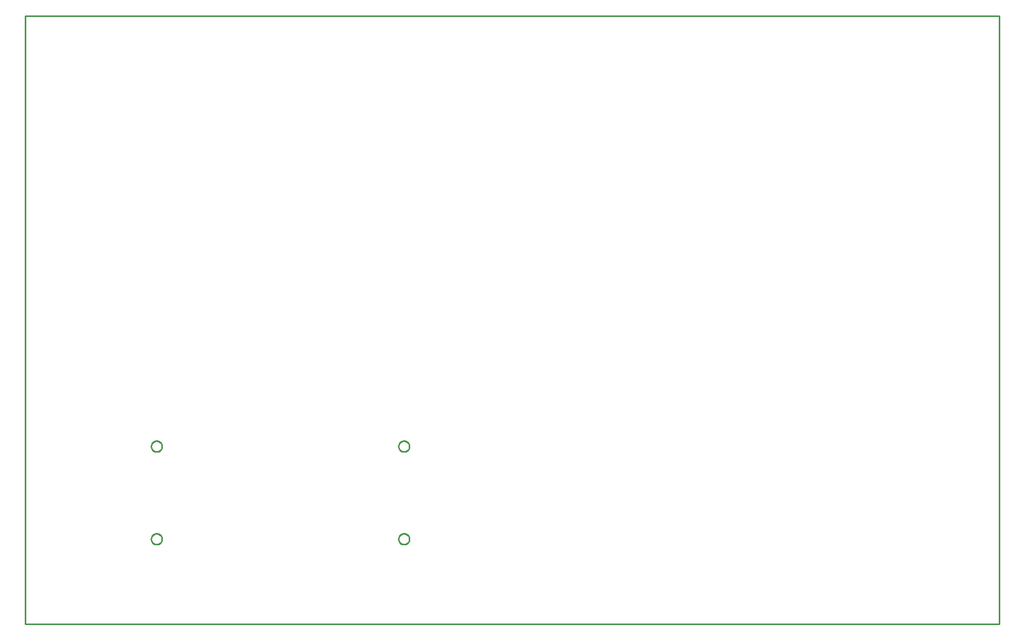
<source format=gbr>
G04 EAGLE Gerber RS-274X export*
G75*
%MOMM*%
%FSLAX34Y34*%
%LPD*%
%IN*%
%IPPOS*%
%AMOC8*
5,1,8,0,0,1.08239X$1,22.5*%
G01*
%ADD10C,0.254000*%


D10*
X0Y0D02*
X1600000Y0D01*
X1600000Y1000000D01*
X0Y1000000D01*
X0Y0D01*
X224790Y139312D02*
X224722Y138539D01*
X224588Y137774D01*
X224387Y137024D01*
X224121Y136295D01*
X223793Y135591D01*
X223405Y134919D01*
X222960Y134283D01*
X222461Y133688D01*
X221912Y133139D01*
X221317Y132640D01*
X220681Y132195D01*
X220009Y131807D01*
X219305Y131479D01*
X218576Y131213D01*
X217826Y131012D01*
X217061Y130878D01*
X216288Y130810D01*
X215512Y130810D01*
X214739Y130878D01*
X213974Y131012D01*
X213224Y131213D01*
X212495Y131479D01*
X211791Y131807D01*
X211119Y132195D01*
X210483Y132640D01*
X209888Y133139D01*
X209339Y133688D01*
X208840Y134283D01*
X208395Y134919D01*
X208007Y135591D01*
X207679Y136295D01*
X207413Y137024D01*
X207212Y137774D01*
X207078Y138539D01*
X207010Y139312D01*
X207010Y140088D01*
X207078Y140861D01*
X207212Y141626D01*
X207413Y142376D01*
X207679Y143105D01*
X208007Y143809D01*
X208395Y144481D01*
X208840Y145117D01*
X209339Y145712D01*
X209888Y146261D01*
X210483Y146760D01*
X211119Y147205D01*
X211791Y147593D01*
X212495Y147921D01*
X213224Y148187D01*
X213974Y148388D01*
X214739Y148522D01*
X215512Y148590D01*
X216288Y148590D01*
X217061Y148522D01*
X217826Y148388D01*
X218576Y148187D01*
X219305Y147921D01*
X220009Y147593D01*
X220681Y147205D01*
X221317Y146760D01*
X221912Y146261D01*
X222461Y145712D01*
X222960Y145117D01*
X223405Y144481D01*
X223793Y143809D01*
X224121Y143105D01*
X224387Y142376D01*
X224588Y141626D01*
X224722Y140861D01*
X224790Y140088D01*
X224790Y139312D01*
X224790Y291712D02*
X224722Y290939D01*
X224588Y290174D01*
X224387Y289424D01*
X224121Y288695D01*
X223793Y287991D01*
X223405Y287319D01*
X222960Y286683D01*
X222461Y286088D01*
X221912Y285539D01*
X221317Y285040D01*
X220681Y284595D01*
X220009Y284207D01*
X219305Y283879D01*
X218576Y283613D01*
X217826Y283412D01*
X217061Y283278D01*
X216288Y283210D01*
X215512Y283210D01*
X214739Y283278D01*
X213974Y283412D01*
X213224Y283613D01*
X212495Y283879D01*
X211791Y284207D01*
X211119Y284595D01*
X210483Y285040D01*
X209888Y285539D01*
X209339Y286088D01*
X208840Y286683D01*
X208395Y287319D01*
X208007Y287991D01*
X207679Y288695D01*
X207413Y289424D01*
X207212Y290174D01*
X207078Y290939D01*
X207010Y291712D01*
X207010Y292488D01*
X207078Y293261D01*
X207212Y294026D01*
X207413Y294776D01*
X207679Y295505D01*
X208007Y296209D01*
X208395Y296881D01*
X208840Y297517D01*
X209339Y298112D01*
X209888Y298661D01*
X210483Y299160D01*
X211119Y299605D01*
X211791Y299993D01*
X212495Y300321D01*
X213224Y300587D01*
X213974Y300788D01*
X214739Y300922D01*
X215512Y300990D01*
X216288Y300990D01*
X217061Y300922D01*
X217826Y300788D01*
X218576Y300587D01*
X219305Y300321D01*
X220009Y299993D01*
X220681Y299605D01*
X221317Y299160D01*
X221912Y298661D01*
X222461Y298112D01*
X222960Y297517D01*
X223405Y296881D01*
X223793Y296209D01*
X224121Y295505D01*
X224387Y294776D01*
X224588Y294026D01*
X224722Y293261D01*
X224790Y292488D01*
X224790Y291712D01*
X631190Y291712D02*
X631122Y290939D01*
X630988Y290174D01*
X630787Y289424D01*
X630521Y288695D01*
X630193Y287991D01*
X629805Y287319D01*
X629360Y286683D01*
X628861Y286088D01*
X628312Y285539D01*
X627717Y285040D01*
X627081Y284595D01*
X626409Y284207D01*
X625705Y283879D01*
X624976Y283613D01*
X624226Y283412D01*
X623461Y283278D01*
X622688Y283210D01*
X621912Y283210D01*
X621139Y283278D01*
X620374Y283412D01*
X619624Y283613D01*
X618895Y283879D01*
X618191Y284207D01*
X617519Y284595D01*
X616883Y285040D01*
X616288Y285539D01*
X615739Y286088D01*
X615240Y286683D01*
X614795Y287319D01*
X614407Y287991D01*
X614079Y288695D01*
X613813Y289424D01*
X613612Y290174D01*
X613478Y290939D01*
X613410Y291712D01*
X613410Y292488D01*
X613478Y293261D01*
X613612Y294026D01*
X613813Y294776D01*
X614079Y295505D01*
X614407Y296209D01*
X614795Y296881D01*
X615240Y297517D01*
X615739Y298112D01*
X616288Y298661D01*
X616883Y299160D01*
X617519Y299605D01*
X618191Y299993D01*
X618895Y300321D01*
X619624Y300587D01*
X620374Y300788D01*
X621139Y300922D01*
X621912Y300990D01*
X622688Y300990D01*
X623461Y300922D01*
X624226Y300788D01*
X624976Y300587D01*
X625705Y300321D01*
X626409Y299993D01*
X627081Y299605D01*
X627717Y299160D01*
X628312Y298661D01*
X628861Y298112D01*
X629360Y297517D01*
X629805Y296881D01*
X630193Y296209D01*
X630521Y295505D01*
X630787Y294776D01*
X630988Y294026D01*
X631122Y293261D01*
X631190Y292488D01*
X631190Y291712D01*
X631190Y139312D02*
X631122Y138539D01*
X630988Y137774D01*
X630787Y137024D01*
X630521Y136295D01*
X630193Y135591D01*
X629805Y134919D01*
X629360Y134283D01*
X628861Y133688D01*
X628312Y133139D01*
X627717Y132640D01*
X627081Y132195D01*
X626409Y131807D01*
X625705Y131479D01*
X624976Y131213D01*
X624226Y131012D01*
X623461Y130878D01*
X622688Y130810D01*
X621912Y130810D01*
X621139Y130878D01*
X620374Y131012D01*
X619624Y131213D01*
X618895Y131479D01*
X618191Y131807D01*
X617519Y132195D01*
X616883Y132640D01*
X616288Y133139D01*
X615739Y133688D01*
X615240Y134283D01*
X614795Y134919D01*
X614407Y135591D01*
X614079Y136295D01*
X613813Y137024D01*
X613612Y137774D01*
X613478Y138539D01*
X613410Y139312D01*
X613410Y140088D01*
X613478Y140861D01*
X613612Y141626D01*
X613813Y142376D01*
X614079Y143105D01*
X614407Y143809D01*
X614795Y144481D01*
X615240Y145117D01*
X615739Y145712D01*
X616288Y146261D01*
X616883Y146760D01*
X617519Y147205D01*
X618191Y147593D01*
X618895Y147921D01*
X619624Y148187D01*
X620374Y148388D01*
X621139Y148522D01*
X621912Y148590D01*
X622688Y148590D01*
X623461Y148522D01*
X624226Y148388D01*
X624976Y148187D01*
X625705Y147921D01*
X626409Y147593D01*
X627081Y147205D01*
X627717Y146760D01*
X628312Y146261D01*
X628861Y145712D01*
X629360Y145117D01*
X629805Y144481D01*
X630193Y143809D01*
X630521Y143105D01*
X630787Y142376D01*
X630988Y141626D01*
X631122Y140861D01*
X631190Y140088D01*
X631190Y139312D01*
M02*

</source>
